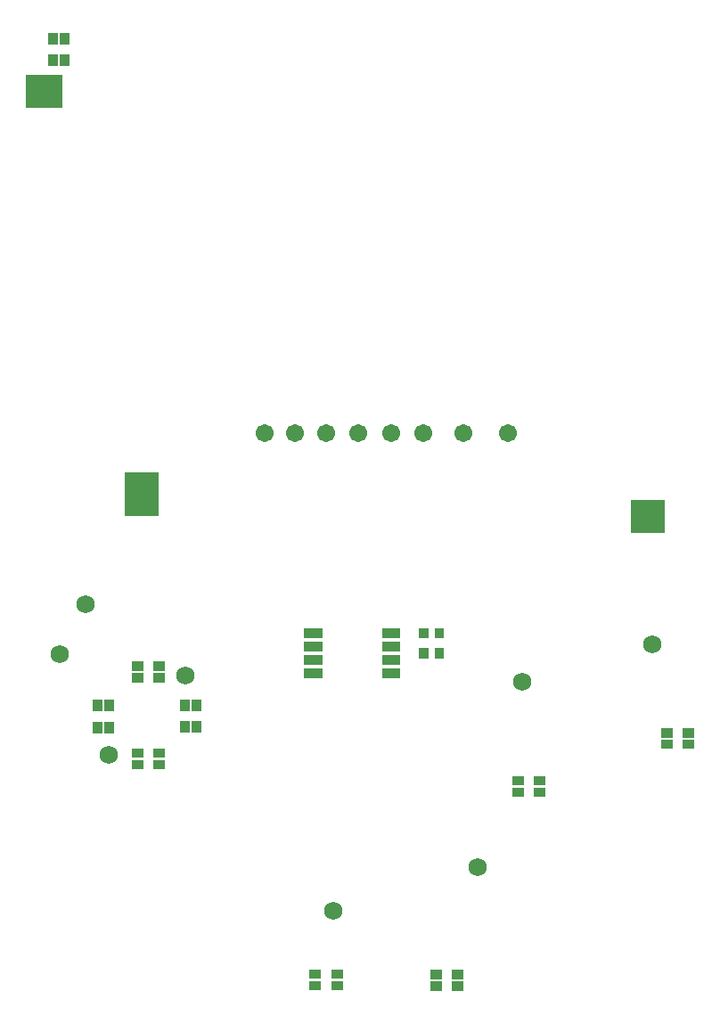
<source format=gts>
G04 Layer: TopSolderMaskLayer*
G04 EasyEDA v6.4.25, 2021-10-22T16:38:50--7:00*
G04 a8c8939794724f679426a10ff434762e,1286d1f709c949e68cfeef46812bcf49,10*
G04 Gerber Generator version 0.2*
G04 Scale: 100 percent, Rotated: No, Reflected: No *
G04 Dimensions in millimeters *
G04 leading zeros omitted , absolute positions ,4 integer and 5 decimal *
%FSLAX45Y45*%
%MOMM*%

%ADD28C,1.7032*%
%ADD32C,1.7272*%

%LPD*%
D28*
G01*
X2425700Y5397500D03*
G01*
X2844800Y5397500D03*
G01*
X533400Y5397500D03*
G01*
X825500Y5397500D03*
G01*
X1117600Y5397500D03*
G01*
X1422400Y5397500D03*
G01*
X1739900Y5397500D03*
G01*
X2044700Y5397500D03*
G36*
X2150872Y3444239D02*
G01*
X2150872Y3540760D01*
X2241550Y3540760D01*
X2241550Y3444239D01*
G37*
G36*
X2000250Y3444239D02*
G01*
X2000250Y3540760D01*
X2090927Y3540760D01*
X2090927Y3444239D01*
G37*
G36*
X4300727Y2502915D02*
G01*
X4300727Y2593086D01*
X4411218Y2593086D01*
X4411218Y2502915D01*
G37*
G36*
X4300727Y2392934D02*
G01*
X4300727Y2483104D01*
X4411218Y2483104D01*
X4411218Y2392934D01*
G37*
G36*
X4504943Y2392934D02*
G01*
X4504943Y2483104D01*
X4615179Y2483104D01*
X4615179Y2392934D01*
G37*
G36*
X4504943Y2502915D02*
G01*
X4504943Y2593086D01*
X4615179Y2593086D01*
X4615179Y2502915D01*
G37*
G36*
X2889758Y2047747D02*
G01*
X2889758Y2138171D01*
X3000247Y2138171D01*
X3000247Y2047747D01*
G37*
G36*
X3093720Y1937765D02*
G01*
X3093720Y2028189D01*
X3204209Y2028189D01*
X3204209Y1937765D01*
G37*
G36*
X3093720Y2047747D02*
G01*
X3093720Y2138171D01*
X3204209Y2138171D01*
X3204209Y2047747D01*
G37*
G36*
X2889758Y1937765D02*
G01*
X2889758Y2028189D01*
X3000247Y2028189D01*
X3000247Y1937765D01*
G37*
G36*
X2107945Y207771D02*
G01*
X2107945Y298195D01*
X2218181Y298195D01*
X2218181Y207771D01*
G37*
G36*
X2107945Y97789D02*
G01*
X2107945Y188213D01*
X2218181Y188213D01*
X2218181Y97789D01*
G37*
G36*
X2311908Y97789D02*
G01*
X2311908Y188213D01*
X2422143Y188213D01*
X2422143Y97789D01*
G37*
G36*
X2311908Y207771D02*
G01*
X2311908Y298195D01*
X2422143Y298195D01*
X2422143Y207771D01*
G37*
G36*
X963929Y208787D02*
G01*
X963929Y299212D01*
X1074165Y299212D01*
X1074165Y208787D01*
G37*
G36*
X963929Y98805D02*
G01*
X963929Y189229D01*
X1074165Y189229D01*
X1074165Y98805D01*
G37*
G36*
X1167892Y98805D02*
G01*
X1167892Y189229D01*
X1278128Y189229D01*
X1278128Y98805D01*
G37*
G36*
X1167892Y208787D02*
G01*
X1167892Y299212D01*
X1278128Y299212D01*
X1278128Y208787D01*
G37*
G36*
X-266192Y2550921D02*
G01*
X-266192Y2661157D01*
X-175768Y2661157D01*
X-175768Y2550921D01*
G37*
G36*
X-156210Y2550921D02*
G01*
X-156210Y2661157D01*
X-65786Y2661157D01*
X-65786Y2550921D01*
G37*
G36*
X-156210Y2754884D02*
G01*
X-156210Y2865120D01*
X-65786Y2865120D01*
X-65786Y2754884D01*
G37*
G36*
X-266192Y2754884D02*
G01*
X-266192Y2865120D01*
X-175768Y2865120D01*
X-175768Y2754884D01*
G37*
G36*
X-727202Y2310892D02*
G01*
X-727202Y2401062D01*
X-616712Y2401062D01*
X-616712Y2310892D01*
G37*
G36*
X-727202Y2200910D02*
G01*
X-727202Y2291079D01*
X-616712Y2291079D01*
X-616712Y2200910D01*
G37*
G36*
X-523239Y2200910D02*
G01*
X-523239Y2291079D01*
X-412750Y2291079D01*
X-412750Y2200910D01*
G37*
G36*
X-523239Y2310892D02*
G01*
X-523239Y2401062D01*
X-412750Y2401062D01*
X-412750Y2310892D01*
G37*
G36*
X-988060Y2748787D02*
G01*
X-988060Y2859278D01*
X-897889Y2859278D01*
X-897889Y2748787D01*
G37*
G36*
X-1098042Y2748787D02*
G01*
X-1098042Y2859278D01*
X-1007871Y2859278D01*
X-1007871Y2748787D01*
G37*
G36*
X-1098042Y2544826D02*
G01*
X-1098042Y2655062D01*
X-1007871Y2655062D01*
X-1007871Y2544826D01*
G37*
G36*
X-988060Y2544826D02*
G01*
X-988060Y2655062D01*
X-897889Y2655062D01*
X-897889Y2544826D01*
G37*
G36*
X-523239Y3023870D02*
G01*
X-523239Y3114039D01*
X-412750Y3114039D01*
X-412750Y3023870D01*
G37*
G36*
X-523239Y3133852D02*
G01*
X-523239Y3224276D01*
X-412750Y3224276D01*
X-412750Y3133852D01*
G37*
G36*
X-727202Y3133852D02*
G01*
X-727202Y3224021D01*
X-616712Y3224021D01*
X-616712Y3133852D01*
G37*
G36*
X-727202Y3023870D02*
G01*
X-727202Y3114039D01*
X-616712Y3114039D01*
X-616712Y3023870D01*
G37*
G36*
X-1516126Y8878824D02*
G01*
X-1516126Y8989060D01*
X-1425702Y8989060D01*
X-1425702Y8878824D01*
G37*
G36*
X-1406144Y8878824D02*
G01*
X-1406144Y8989060D01*
X-1315720Y8989060D01*
X-1315720Y8878824D01*
G37*
G36*
X-1406144Y9082786D02*
G01*
X-1406144Y9193021D01*
X-1315720Y9193021D01*
X-1315720Y9082786D01*
G37*
G36*
X-1516126Y9082786D02*
G01*
X-1516126Y9193021D01*
X-1425702Y9193021D01*
X-1425702Y9082786D01*
G37*
G36*
X2150872Y3253739D02*
G01*
X2150872Y3350260D01*
X2241550Y3350260D01*
X2241550Y3253739D01*
G37*
G36*
X2000250Y3253739D02*
G01*
X2000250Y3350260D01*
X2090927Y3350260D01*
X2090927Y3253739D01*
G37*
G36*
X1653539Y3063239D02*
G01*
X1653539Y3159760D01*
X1826260Y3159760D01*
X1826260Y3063239D01*
G37*
G36*
X1653539Y3190239D02*
G01*
X1653539Y3286760D01*
X1826260Y3286760D01*
X1826260Y3190239D01*
G37*
G36*
X1653539Y3317239D02*
G01*
X1653539Y3413760D01*
X1826260Y3413760D01*
X1826260Y3317239D01*
G37*
G36*
X1653539Y3444239D02*
G01*
X1653539Y3540760D01*
X1826260Y3540760D01*
X1826260Y3444239D01*
G37*
G36*
X912621Y3444239D02*
G01*
X912621Y3540760D01*
X1085342Y3540760D01*
X1085342Y3444239D01*
G37*
G36*
X912621Y3317239D02*
G01*
X912621Y3413760D01*
X1085342Y3413760D01*
X1085342Y3317239D01*
G37*
G36*
X912621Y3190239D02*
G01*
X912621Y3286760D01*
X1085342Y3286760D01*
X1085342Y3190239D01*
G37*
G36*
X912621Y3063239D02*
G01*
X912621Y3159760D01*
X1085342Y3159760D01*
X1085342Y3063239D01*
G37*
D32*
G01*
X1189989Y856995D03*
G01*
X2564002Y1275003D03*
G01*
X2980994Y3032988D03*
G01*
X4220997Y3388995D03*
G01*
X-946988Y2341981D03*
G01*
X-218998Y3088995D03*
G01*
X-1410004Y3292982D03*
G01*
X-1164996Y3764991D03*
G36*
X4017772Y4442713D02*
G01*
X4017772Y4763262D01*
X4338065Y4763262D01*
X4338065Y4442713D01*
G37*
G36*
X-790194Y4603750D02*
G01*
X-790194Y5024120D01*
X-469900Y5024120D01*
X-469900Y4603750D01*
G37*
G36*
X-1728215Y8481821D02*
G01*
X-1728215Y8802115D01*
X-1387855Y8802115D01*
X-1387855Y8481821D01*
G37*
M02*

</source>
